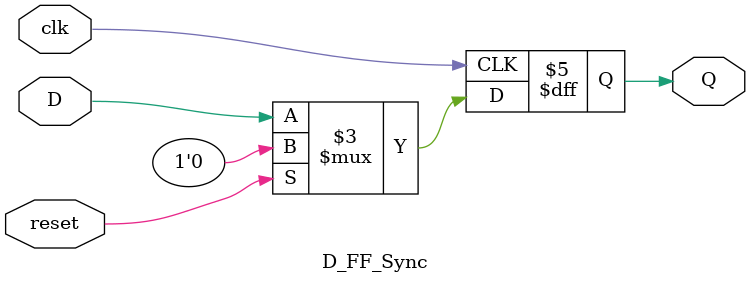
<source format=v>
module D_FF_Sync (
    input D,         
    input clk,       
    input reset,     
    output reg Q          
);

always @(posedge clk) begin
    if (reset) 
        Q <= 1'b0;        
    else 
        Q <= D;           
end

endmodule

</source>
